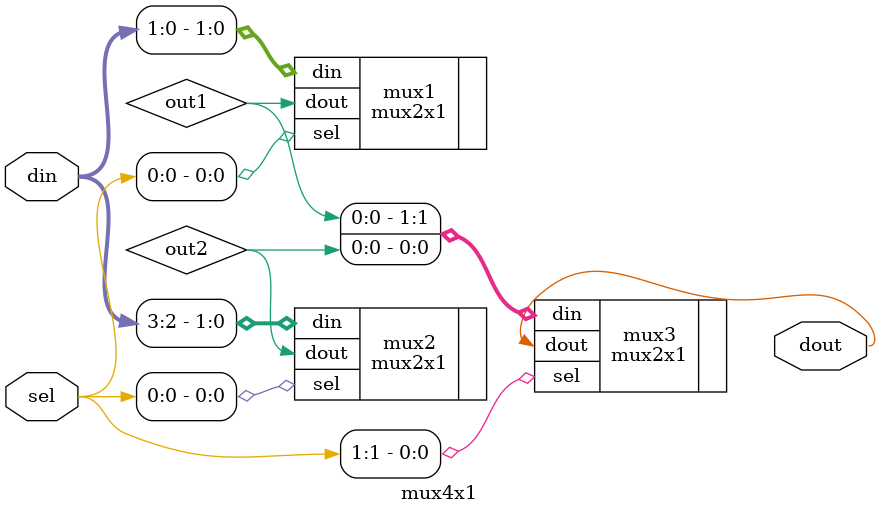
<source format=v>
module mux4x1(dout,sel,din);
    output dout;
    input [1:0] sel;
    input [3:0] din;

    wire out1,out2;
    mux2x1 mux1(.dout(out1),.sel(sel[0]),.din(din[1:0])),
           mux2(.dout(out2),.sel(sel[0]),.din(din[3:2])),
           mux3(.dout(dout),.sel(sel[1]),.din({out1,out2}));
endmodule

</source>
